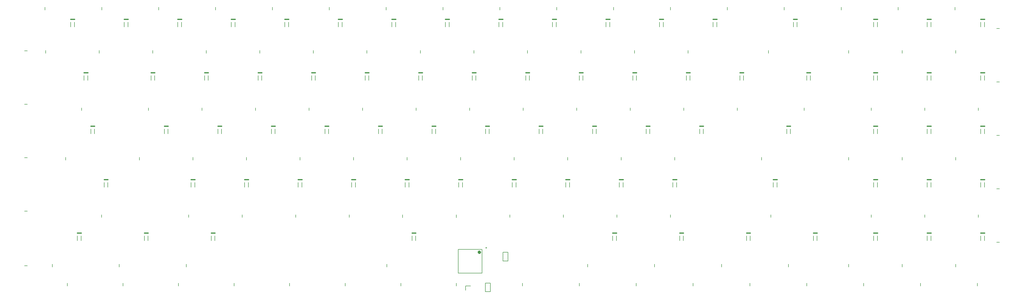
<source format=gbo>
G04*
G04 #@! TF.GenerationSoftware,Altium Limited,Altium Designer,21.2.2 (38)*
G04*
G04 Layer_Color=32896*
%FSLAX25Y25*%
%MOIN*%
G70*
G04*
G04 #@! TF.SameCoordinates,D2681F19-CCD1-4E4B-9F87-FD34C08DC50C*
G04*
G04*
G04 #@! TF.FilePolarity,Positive*
G04*
G01*
G75*
%ADD10C,0.00500*%
%ADD54C,0.02362*%
%ADD55C,0.00984*%
%ADD56C,0.00787*%
%ADD57C,0.01575*%
D10*
X633650Y15400D02*
X640656D01*
X633650Y9277D02*
Y15400D01*
X245621Y111570D02*
Y115507D01*
X564378Y261570D02*
Y265507D01*
X320621Y111570D02*
Y115507D01*
X264377Y261570D02*
Y265507D01*
X470622Y111570D02*
Y115507D01*
X1276878Y111570D02*
Y115507D01*
X1377776Y376880D02*
X1381713D01*
X1377776Y301874D02*
X1381713D01*
X1377776Y226874D02*
X1381713D01*
X1377776Y151874D02*
X1381713D01*
X1377776Y76874D02*
X1381713D01*
X1350748Y15487D02*
Y19424D01*
X1271060Y15487D02*
Y19424D01*
X1191373Y15487D02*
Y19424D01*
X1111685Y15487D02*
Y19424D01*
X1031998Y15487D02*
Y19424D01*
X952310Y15487D02*
Y19424D01*
X872623Y15487D02*
Y19424D01*
X792936Y15487D02*
Y19424D01*
X713248Y15487D02*
Y19424D01*
X620748Y15487D02*
Y19424D01*
X542891Y15487D02*
Y19424D01*
X465034Y15487D02*
Y19424D01*
X387176Y15487D02*
Y19424D01*
X309319Y15487D02*
Y19424D01*
X231462Y15487D02*
Y19424D01*
X153605Y15487D02*
Y19424D01*
X75748Y15487D02*
Y19424D01*
X15787Y43652D02*
X19724D01*
X15787Y120378D02*
X19724D01*
X15787Y195378D02*
X19724D01*
X15787Y270378D02*
X19724D01*
X15787Y345384D02*
X19724D01*
X44252Y402776D02*
Y406713D01*
X123940Y402776D02*
Y406713D01*
X203627Y402776D02*
Y406713D01*
X283314Y402776D02*
Y406713D01*
X363002Y402776D02*
Y406713D01*
X442690Y402776D02*
Y406713D01*
X522377Y402776D02*
Y406713D01*
X602065Y402776D02*
Y406713D01*
X681752Y402776D02*
Y406713D01*
X761440Y402776D02*
Y406713D01*
X841127Y402776D02*
Y406713D01*
X920815Y402776D02*
Y406713D01*
X1000502Y402776D02*
Y406713D01*
X1080190Y402776D02*
Y406713D01*
X1159877Y402776D02*
Y406713D01*
X1239565Y402776D02*
Y406713D01*
X1319252Y402776D02*
Y406713D01*
X639378Y261570D02*
Y265507D01*
X95621Y261570D02*
Y265507D01*
X489378Y261570D02*
Y265507D01*
X523500Y42082D02*
Y46019D01*
X1351878Y111570D02*
Y115507D01*
X1201878Y111570D02*
Y115507D01*
X1320382Y192082D02*
Y196019D01*
X1245382Y192082D02*
Y196019D01*
X1170382Y192082D02*
Y196019D01*
X251625Y192082D02*
Y196019D01*
X898500Y42082D02*
Y46019D01*
X1061248Y111570D02*
Y115507D01*
X1320382Y42082D02*
Y46019D01*
X1086000Y42082D02*
Y46019D01*
X804752Y42082D02*
Y46019D01*
X414378Y261570D02*
Y265507D01*
X189377Y261570D02*
Y265507D01*
X1320382Y342087D02*
Y346024D01*
X1351878Y261570D02*
Y265507D01*
X864378Y261570D02*
Y265507D01*
X789378Y261570D02*
Y265507D01*
X620544Y111535D02*
Y115472D01*
X992252Y42082D02*
Y46019D01*
X695622Y111570D02*
Y115507D01*
X148501Y42082D02*
Y46019D01*
X123746Y111570D02*
Y115507D01*
X1170382Y42082D02*
Y46019D01*
X54750Y42082D02*
Y46019D01*
X242251Y42082D02*
Y46019D01*
X776626Y192082D02*
Y196019D01*
X701626Y192082D02*
Y196019D01*
X626626Y192082D02*
Y196019D01*
X1170382Y342087D02*
Y346024D01*
X714378Y261570D02*
Y265507D01*
X1245382Y342087D02*
Y346024D01*
X551626Y192082D02*
Y196019D01*
X476626Y192082D02*
Y196019D01*
X401626Y192082D02*
Y196019D01*
X45380Y342087D02*
Y346024D01*
X1048500Y192082D02*
Y196019D01*
X1276878Y261570D02*
Y265507D01*
X339377Y261570D02*
Y265507D01*
X1245382Y42082D02*
Y46019D01*
X1201878Y261570D02*
Y265507D01*
X326625Y192082D02*
Y196019D01*
X73500Y192082D02*
Y196019D01*
X395622Y111570D02*
Y115507D01*
X1057882Y342087D02*
Y346024D01*
X545527Y111535D02*
Y115472D01*
X176625Y192082D02*
Y196019D01*
X1014378Y261570D02*
Y265507D01*
X1108122Y261570D02*
Y265507D01*
X939378Y261570D02*
Y265507D01*
X945382Y342087D02*
Y346024D01*
X851626Y192082D02*
Y196019D01*
X920622Y111570D02*
Y115507D01*
X845622Y111570D02*
Y115507D01*
X870382Y342087D02*
Y346024D01*
X770622Y111570D02*
Y115507D01*
X926626Y192082D02*
Y196019D01*
X720382Y342087D02*
Y346024D01*
X645374Y342087D02*
Y346024D01*
X570374Y342087D02*
Y346024D01*
X495382Y342087D02*
Y346024D01*
X420374Y342087D02*
Y346024D01*
X345366Y342087D02*
Y346024D01*
X270373Y342087D02*
Y346024D01*
X195373Y342087D02*
Y346024D01*
X120373Y342087D02*
Y346024D01*
X795382Y342087D02*
Y346024D01*
D54*
X653976Y62795D02*
X653532Y63719D01*
X652532Y63947D01*
X651731Y63308D01*
Y62283D01*
X652532Y61644D01*
X653532Y61872D01*
X653976Y62795D01*
D55*
X662933Y69095D02*
X662195Y69521D01*
Y68668D01*
X662933Y69095D01*
D56*
X254304Y154148D02*
Y160841D01*
X249186Y154148D02*
Y160841D01*
X623268Y33268D02*
X656732D01*
X623268Y66732D02*
X656732D01*
X623268Y33268D02*
Y66732D01*
X656732Y33268D02*
Y66732D01*
X686057Y50557D02*
Y62643D01*
Y50557D02*
X693143D01*
Y62643D01*
X686057D02*
X693143D01*
X460553Y379153D02*
Y385846D01*
X455435Y379153D02*
Y385846D01*
X661257Y7457D02*
X668343D01*
X661257D02*
Y19543D01*
X668343D01*
Y7457D02*
Y19543D01*
X624109Y154113D02*
Y160806D01*
X629227Y154113D02*
Y160806D01*
X549091Y154113D02*
Y160806D01*
X554209Y154113D02*
Y160806D01*
X567942Y304148D02*
Y310841D01*
X573061Y304148D02*
Y310841D01*
X586687Y229148D02*
Y235841D01*
X591805Y229148D02*
Y235841D01*
X1017943Y304148D02*
Y310841D01*
X1023061Y304148D02*
Y310841D01*
X1111687Y304148D02*
Y310841D01*
X1116805Y304148D02*
Y310841D01*
X942943Y304148D02*
Y310841D01*
X948061Y304148D02*
Y310841D01*
X324186Y154148D02*
Y160841D01*
X329304Y154148D02*
Y160841D01*
X267941Y304148D02*
Y310841D01*
X273059Y304148D02*
Y310841D01*
X474187Y154148D02*
Y160841D01*
X479305Y154148D02*
Y160841D01*
X1280443Y154148D02*
Y160841D01*
X1285561Y154148D02*
Y160841D01*
X642942Y304148D02*
Y310841D01*
X648061Y304148D02*
Y310841D01*
X99186Y304148D02*
Y310841D01*
X104304Y304148D02*
Y310841D01*
X492942Y304148D02*
Y310841D01*
X498061Y304148D02*
Y310841D01*
X558561Y79148D02*
Y85841D01*
X563679Y79148D02*
Y85841D01*
X1355443Y154148D02*
Y160841D01*
X1360561Y154148D02*
Y160841D01*
X1205443Y154148D02*
Y160841D01*
X1210561Y154148D02*
Y160841D01*
X1355443Y229148D02*
Y235841D01*
X1360561Y229148D02*
Y235841D01*
X1280443Y229148D02*
Y235841D01*
X1285561Y229148D02*
Y235841D01*
X1205443Y229148D02*
Y235841D01*
X1210561Y229148D02*
Y235841D01*
X286686Y229148D02*
Y235841D01*
X291804Y229148D02*
Y235841D01*
X933561Y79148D02*
Y85841D01*
X938679Y79148D02*
Y85841D01*
X1064813Y154148D02*
Y160841D01*
X1069931Y154148D02*
Y160841D01*
X1355443Y79148D02*
Y85841D01*
X1360561Y79148D02*
Y85841D01*
X1121061Y79148D02*
Y85841D01*
X1126179Y79148D02*
Y85841D01*
X839813Y79148D02*
Y85841D01*
X844931Y79148D02*
Y85841D01*
X417942Y304148D02*
Y310841D01*
X423061Y304148D02*
Y310841D01*
X192941Y304148D02*
Y310841D01*
X198059Y304148D02*
Y310841D01*
X1355443Y379153D02*
Y385846D01*
X1360561Y379153D02*
Y385846D01*
X1355443Y304148D02*
Y310841D01*
X1360561Y304148D02*
Y310841D01*
X867943Y304148D02*
Y310841D01*
X873061Y304148D02*
Y310841D01*
X792942Y304148D02*
Y310841D01*
X798061Y304148D02*
Y310841D01*
X1027313Y79148D02*
Y85841D01*
X1032431Y79148D02*
Y85841D01*
X699187Y154148D02*
Y160841D01*
X704305Y154148D02*
Y160841D01*
X183561Y79148D02*
Y85841D01*
X188679Y79148D02*
Y85841D01*
X127310Y154148D02*
Y160841D01*
X132428Y154148D02*
Y160841D01*
X1205443Y79148D02*
Y85841D01*
X1210561Y79148D02*
Y85841D01*
X89810Y79148D02*
Y85841D01*
X94928Y79148D02*
Y85841D01*
X277311Y79148D02*
Y85841D01*
X282429Y79148D02*
Y85841D01*
X811687Y229148D02*
Y235841D01*
X816805Y229148D02*
Y235841D01*
X736687Y229148D02*
Y235841D01*
X741805Y229148D02*
Y235841D01*
X661687Y229148D02*
Y235841D01*
X666805Y229148D02*
Y235841D01*
X1205443Y379153D02*
Y385846D01*
X1210561Y379153D02*
Y385846D01*
X717942Y304148D02*
Y310841D01*
X723061Y304148D02*
Y310841D01*
X1280443Y379153D02*
Y385846D01*
X1285561Y379153D02*
Y385846D01*
X511687Y229148D02*
Y235841D01*
X516805Y229148D02*
Y235841D01*
X436687Y229148D02*
Y235841D01*
X441805Y229148D02*
Y235841D01*
X80441Y379153D02*
Y385846D01*
X85559Y379153D02*
Y385846D01*
X1083561Y229148D02*
Y235841D01*
X1088679Y229148D02*
Y235841D01*
X1280443Y304148D02*
Y310841D01*
X1285561Y304148D02*
Y310841D01*
X342941Y304148D02*
Y310841D01*
X348059Y304148D02*
Y310841D01*
X1280443Y79148D02*
Y85841D01*
X1285561Y79148D02*
Y85841D01*
X1205443Y304148D02*
Y310841D01*
X1210561Y304148D02*
Y310841D01*
X361686Y229148D02*
Y235841D01*
X366804Y229148D02*
Y235841D01*
X108560Y229148D02*
Y235841D01*
X113678Y229148D02*
Y235841D01*
X399187Y154148D02*
Y160841D01*
X404305Y154148D02*
Y160841D01*
X1092943Y379153D02*
Y385846D01*
X1098061Y379153D02*
Y385846D01*
X211686Y229148D02*
Y235841D01*
X216804Y229148D02*
Y235841D01*
X980443Y379153D02*
Y385846D01*
X985561Y379153D02*
Y385846D01*
X886687Y229148D02*
Y235841D01*
X891805Y229148D02*
Y235841D01*
X755442Y379153D02*
Y385846D01*
X760561Y379153D02*
Y385846D01*
X680435Y379153D02*
Y385846D01*
X685553Y379153D02*
Y385846D01*
X605435Y379153D02*
Y385846D01*
X610553Y379153D02*
Y385846D01*
X530442Y379153D02*
Y385846D01*
X535561Y379153D02*
Y385846D01*
X380427Y379153D02*
Y385846D01*
X385545Y379153D02*
Y385846D01*
X305434Y379153D02*
Y385846D01*
X310552Y379153D02*
Y385846D01*
X230434Y379153D02*
Y385846D01*
X235552Y379153D02*
Y385846D01*
X155433Y379153D02*
Y385846D01*
X160552Y379153D02*
Y385846D01*
X830443Y379153D02*
Y385846D01*
X835561Y379153D02*
Y385846D01*
X924187Y154148D02*
Y160841D01*
X929305Y154148D02*
Y160841D01*
X849187Y154148D02*
Y160841D01*
X854305Y154148D02*
Y160841D01*
X905443Y379153D02*
Y385846D01*
X910561Y379153D02*
Y385846D01*
X774187Y154148D02*
Y160841D01*
X779305Y154148D02*
Y160841D01*
X961687Y229148D02*
Y235841D01*
X966805Y229148D02*
Y235841D01*
D57*
X249186Y164778D02*
X254304D01*
X455435Y389783D02*
X460553D01*
X624109Y164743D02*
X629227D01*
X549091D02*
X554209D01*
X567942Y314778D02*
X573061D01*
X586687Y239778D02*
X591805D01*
X1017943Y314778D02*
X1023061D01*
X1111687D02*
X1116805D01*
X942943D02*
X948061D01*
X324186Y164778D02*
X329304D01*
X267941Y314778D02*
X273059D01*
X474187Y164778D02*
X479305D01*
X1280443D02*
X1285561D01*
X642942Y314778D02*
X648061D01*
X99186D02*
X104304D01*
X492942D02*
X498061D01*
X558561Y89778D02*
X563679D01*
X1355443Y164778D02*
X1360561D01*
X1205443D02*
X1210561D01*
X1355443Y239778D02*
X1360561D01*
X1280443D02*
X1285561D01*
X1205443D02*
X1210561D01*
X286686D02*
X291804D01*
X933561Y89778D02*
X938679D01*
X1064813Y164778D02*
X1069931D01*
X1355443Y89778D02*
X1360561D01*
X1121061D02*
X1126179D01*
X839813D02*
X844931D01*
X417942Y314778D02*
X423061D01*
X192941D02*
X198059D01*
X1355443Y389783D02*
X1360561D01*
X1355443Y314778D02*
X1360561D01*
X867943D02*
X873061D01*
X792942D02*
X798061D01*
X1027313Y89778D02*
X1032431D01*
X699187Y164778D02*
X704305D01*
X183561Y89778D02*
X188679D01*
X127310Y164778D02*
X132428D01*
X1205443Y89778D02*
X1210561D01*
X89810D02*
X94928D01*
X277311D02*
X282429D01*
X811687Y239778D02*
X816805D01*
X736687D02*
X741805D01*
X661687D02*
X666805D01*
X1205443Y389783D02*
X1210561D01*
X717942Y314778D02*
X723061D01*
X1280443Y389783D02*
X1285561D01*
X511687Y239778D02*
X516805D01*
X436687D02*
X441805D01*
X80441Y389783D02*
X85559D01*
X1083561Y239778D02*
X1088679D01*
X1280443Y314778D02*
X1285561D01*
X342941D02*
X348059D01*
X1280443Y89778D02*
X1285561D01*
X1205443Y314778D02*
X1210561D01*
X361686Y239778D02*
X366804D01*
X108560D02*
X113678D01*
X399187Y164778D02*
X404305D01*
X1092943Y389783D02*
X1098061D01*
X211686Y239778D02*
X216804D01*
X980443Y389783D02*
X985561D01*
X886687Y239778D02*
X891805D01*
X755442Y389783D02*
X760561D01*
X680435D02*
X685553D01*
X605435D02*
X610553D01*
X530442D02*
X535561D01*
X380427D02*
X385545D01*
X305434D02*
X310552D01*
X230434D02*
X235552D01*
X155433D02*
X160552D01*
X830443D02*
X835561D01*
X924187Y164778D02*
X929305D01*
X849187D02*
X854305D01*
X905443Y389783D02*
X910561D01*
X774187Y164778D02*
X779305D01*
X961687Y239778D02*
X966805D01*
M02*

</source>
